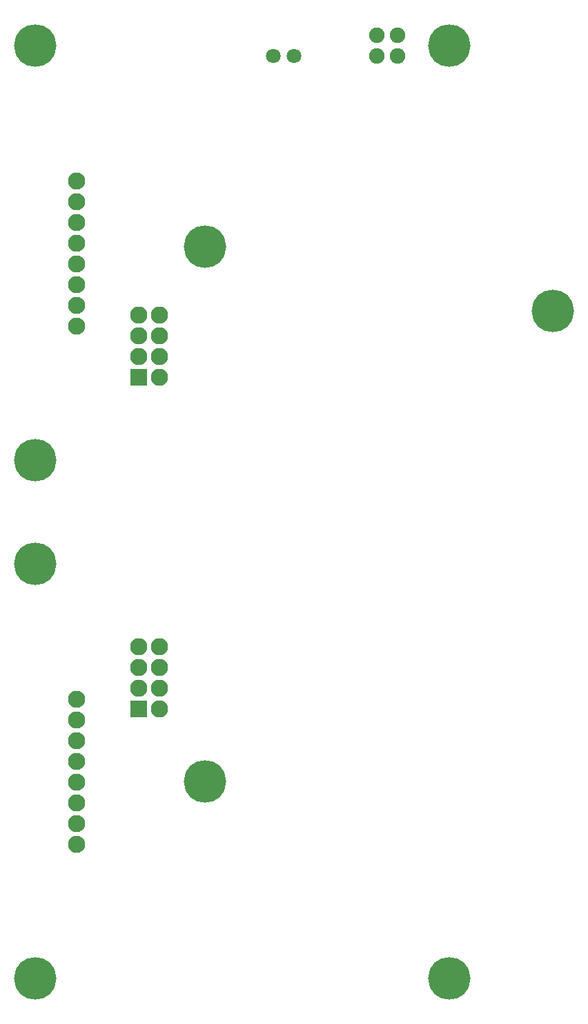
<source format=gbs>
G04 Layer: BottomSolderMaskLayer*
G04 EasyEDA v6.5.32, 2023-07-25 14:04:49*
G04 0f3e630bb97748ac983c4cf8ea4fb351,5a6b42c53f6a479593ecc07194224c93,10*
G04 Gerber Generator version 0.2*
G04 Scale: 100 percent, Rotated: No, Reflected: No *
G04 Dimensions in millimeters *
G04 leading zeros omitted , absolute positions ,4 integer and 5 decimal *
%FSLAX45Y45*%
%MOMM*%

%AMMACRO1*1,1,$1,$2,$3*1,1,$1,$4,$5*1,1,$1,0-$2,0-$3*1,1,$1,0-$4,0-$5*20,1,$1,$2,$3,$4,$5,0*20,1,$1,$4,$5,0-$2,0-$3,0*20,1,$1,0-$2,0-$3,0-$4,0-$5,0*20,1,$1,0-$4,0-$5,$2,$3,0*4,1,4,$2,$3,$4,$5,0-$2,0-$3,0-$4,0-$5,$2,$3,0*%
%ADD10C,5.2032*%
%ADD11C,2.1032*%
%ADD12MACRO1,0.2032X-0.95X0.95X0.95X0.95*%
%ADD13C,2.1016*%
%ADD14C,1.9016*%
%ADD15C,1.8016*%

%LPD*%
D10*
G01*
X381000Y381000D03*
G01*
X381000Y5461000D03*
G01*
X5461000Y5461000D03*
G01*
X6731000Y2209800D03*
G01*
X2463800Y-3556000D03*
G01*
X2463800Y2997200D03*
D11*
G01*
X1905000Y2159000D03*
G01*
X1905000Y1905000D03*
G01*
X1905000Y1651000D03*
G01*
X1651000Y1651000D03*
D12*
G01*
X1651000Y1397000D03*
D11*
G01*
X1651000Y1905000D03*
G01*
X1651000Y2159000D03*
G01*
X1905000Y1397000D03*
G01*
X1905000Y-1905000D03*
G01*
X1651000Y-1905000D03*
G01*
X1651000Y-2159000D03*
G01*
X1905000Y-2159000D03*
G01*
X1905000Y-2413000D03*
G01*
X1905000Y-2667000D03*
D12*
G01*
X1651000Y-2667000D03*
D11*
G01*
X1651000Y-2413000D03*
D10*
G01*
X381000Y-889000D03*
G01*
X381000Y381000D03*
G01*
X381000Y-5969000D03*
G01*
X381000Y-889000D03*
G01*
X381000Y-5969000D03*
G01*
X5461000Y-5969000D03*
D13*
G01*
X885418Y3805097D03*
G01*
X885418Y3551097D03*
G01*
X885418Y3297097D03*
G01*
X885418Y3043097D03*
G01*
X885418Y2789097D03*
G01*
X885418Y2535097D03*
G01*
X885418Y2281097D03*
G01*
X885418Y2027097D03*
G01*
X885418Y-4322902D03*
G01*
X885418Y-4068902D03*
G01*
X885418Y-3814902D03*
G01*
X885418Y-3560902D03*
G01*
X885418Y-3306902D03*
G01*
X885418Y-3052902D03*
G01*
X885418Y-2798902D03*
G01*
X885418Y-2544902D03*
D14*
G01*
X4826000Y5588000D03*
G01*
X4826000Y5334000D03*
G01*
X4572000Y5334000D03*
G01*
X4572000Y5588000D03*
D15*
G01*
X3556000Y5334000D03*
G01*
X3302000Y5334000D03*
M02*

</source>
